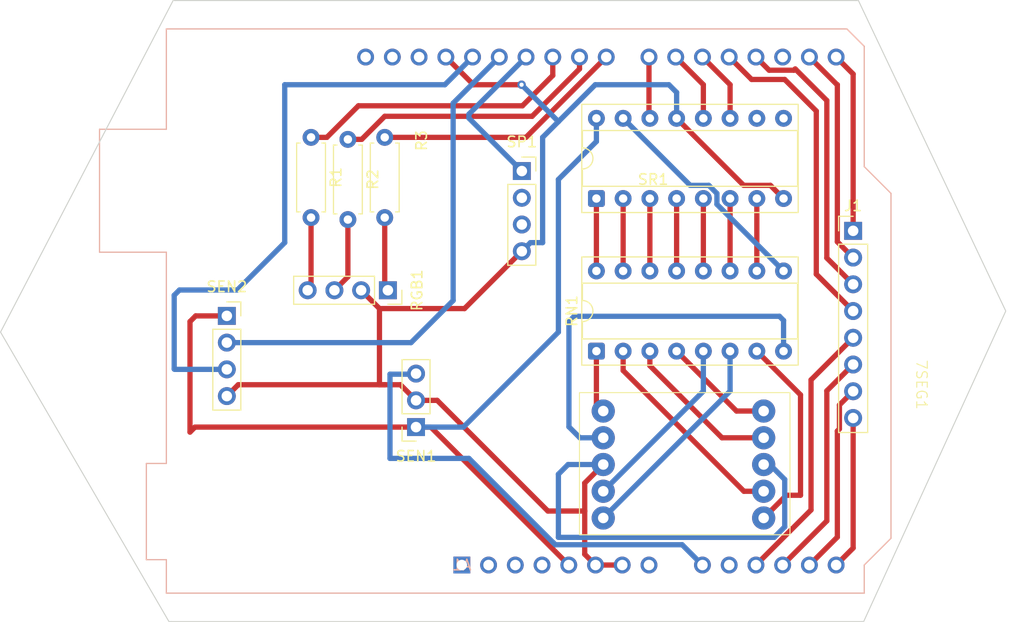
<source format=kicad_pcb>
(kicad_pcb (version 20241229) (generator "pcbnew") (generator_version "9.0")
  (layers (0 "F.Cu" signal) (2 "B.Cu" signal) (13 "F.Paste" user) (15 "B.Paste" user) (5 "F.SilkS" user "F.Silkscreen") (7 "B.SilkS" user "B.Silkscreen") (1 "F.Mask" user) (3 "B.Mask" user) (25 "Edge.Cuts" user))
  (net 0 "")
  (net 1 "GND")
  (net 2 "/A")
  (net 3 "/B")
  (net 4 "/DP")
  (net 5 "/E")
  (net 6 "/F")
  (net 7 "/C")
  (net 8 "/D")
  (net 9 "/G")
  (net 10 "/D0")
  (net 13 "/PWM11")
  (net 14 "/PWM9")
  (net 15 "/PWM10")
  (net 17 "/A5")
  (net 18 "/D7")
  (net 20 "/A4")
  (net 21 "/D5")
  (net 22 "/D1")
  (net 23 "/A3")
  (net 24 "/D6")
  (net 26 "/5v")
  (net 27 "/A1")
  (net 28 "/D4")
  (net 30 "/D2")
  (net 33 "/D12")
  (net 34 "/D3")
  (net 35 "/D13")
  (net 36 "/A0")
  (net 37 "/PWM8")
  (net 38 "/A2")
  (net 39 "Net-(RGB1-Pin_4)")
  (net 40 "Net-(RGB1-Pin_3)")
  (net 41 "Net-(RGB1-Pin_1)")
  (net 42 "/12")
  (net 43 "Net-(RN1-R2.2)")
  (net 44 "/10")
  (net 45 "Net-(RN1-R4.2)")
  (net 46 "Net-(RN1-R1.2)")
  (net 47 "Net-(RN1-R3.2)")
  (net 48 "/11")
  (net 49 "Net-(RN1-R8.2)")
  (footprint "Resistor_THT:R_Axial_DIN0207_L6.3mm_D2.5mm_P7.62mm_Horizontal" (layer "F.Cu") (at 142 56 -90)
    (property "Reference" "R3" (at 0.31 -3.5 90) (layer "F.SilkS"))
    (property "Value" "R")
    (fp_line (start 0.54 1.37) (end 7.08 1.37) (stroke (width 0.12)) (layer "F.SilkS"))
    (fp_line (start 7.08 1.37) (end 7.08 1.04) (stroke (width 0.12)) (layer "F.SilkS"))
    (fp_line (start 0.54 1.04) (end 0.54 1.37) (stroke (width 0.12)) (layer "F.SilkS"))
    (fp_line (start 0.54 -1.04) (end 0.54 -1.37) (stroke (width 0.12)) (layer "F.SilkS"))
    (fp_line (start 0.54 -1.37) (end 7.08 -1.37) (stroke (width 0.12)) (layer "F.SilkS"))
    (fp_line (start 7.08 -1.37) (end 7.08 -1.04) (stroke (width 0.12)) (layer "F.SilkS"))
    (pad "1" thru_hole circle (at 0 0 270) (size 1.6 1.6) (drill 0.8) (layers "*.Cu" "*.Mask") (net 37 "/PWM8"))
    (pad "2" thru_hole circle (at 7.62 0 270) (size 1.6 1.6) (drill 0.8) (layers "*.Cu" "*.Mask") (net 41 "Net-(RGB1-Pin_1)"))
  )
  (footprint "Resistor_THT:R_Axial_DIN0207_L6.3mm_D2.5mm_P7.62mm_Horizontal" (layer "F.Cu") (at 138.5 56.19 -90)
    (property "Reference" "R2" (at 3.81 -2.37 90) (layer "F.SilkS"))
    (property "Value" "R")
    (fp_line (start 0.54 1.37) (end 7.08 1.37) (stroke (width 0.12)) (layer "F.SilkS"))
    (fp_line (start 7.08 1.37) (end 7.08 1.04) (stroke (width 0.12)) (layer "F.SilkS"))
    (fp_line (start 0.54 1.04) (end 0.54 1.37) (stroke (width 0.12)) (layer "F.SilkS"))
    (fp_line (start 0.54 -1.04) (end 0.54 -1.37) (stroke (width 0.12)) (layer "F.SilkS"))
    (fp_line (start 0.54 -1.37) (end 7.08 -1.37) (stroke (width 0.12)) (layer "F.SilkS"))
    (fp_line (start 7.08 -1.37) (end 7.08 -1.04) (stroke (width 0.12)) (layer "F.SilkS"))
    (pad "1" thru_hole circle (at 0 0 270) (size 1.6 1.6) (drill 0.8) (layers "*.Cu" "*.Mask") (net 14 "/PWM9"))
    (pad "2" thru_hole circle (at 7.62 0 270) (size 1.6 1.6) (drill 0.8) (layers "*.Cu" "*.Mask") (net 40 "Net-(RGB1-Pin_3)"))
  )
  (footprint "Connector_PinSocket_2.54mm:PinSocket_1x03_P2.54mm_Vertical" (layer "F.Cu") (at 144.975 83.525 180)
    (property "Reference" "SEN1" (at 0 -2.77 0) (layer "F.SilkS"))
    (property "Value" "Conn_01x03_Socket")
    (fp_line (start 1.33 1.27) (end 1.33 6.41) (stroke (width 0.12)) (layer "F.SilkS"))
    (fp_line (start 1.33 -1.33) (end 1.33 0) (stroke (width 0.12)) (layer "F.SilkS"))
    (fp_line (start 0 -1.33) (end 1.33 -1.33) (stroke (width 0.12)) (layer "F.SilkS"))
    (fp_line (start -1.33 6.41) (end 1.33 6.41) (stroke (width 0.12)) (layer "F.SilkS"))
    (fp_line (start -1.33 1.27) (end 1.33 1.27) (stroke (width 0.12)) (layer "F.SilkS"))
    (fp_line (start -1.33 1.27) (end -1.33 6.41) (stroke (width 0.12)) (layer "F.SilkS"))
    (pad "1" thru_hole rect (at 0 0 180) (size 1.7 1.7) (drill 1) (layers "*.Cu" "*.Mask") (net 26 "/5v"))
    (pad "2" thru_hole circle (at 0 2.54 180) (size 1.7 1.7) (drill 1) (layers "*.Cu" "*.Mask") (net 1 "GND"))
    (pad "3" thru_hole circle (at 0 5.08 180) (size 1.7 1.7) (drill 1) (layers "*.Cu" "*.Mask") (net 36 "/A0"))
  )
  (footprint "Connector_PinSocket_2.54mm:PinSocket_1x04_P2.54mm_Vertical" (layer "F.Cu") (at 127 72.96)
    (property "Reference" "SEN2" (at 0 -2.77 0) (layer "F.SilkS"))
    (property "Value" "Conn_01x04_Socket")
    (fp_line (start -1.33 1.27) (end -1.33 8.95) (stroke (width 0.12)) (layer "F.SilkS"))
    (fp_line (start -1.33 1.27) (end 1.33 1.27) (stroke (width 0.12)) (layer "F.SilkS"))
    (fp_line (start -1.33 8.95) (end 1.33 8.95) (stroke (width 0.12)) (layer "F.SilkS"))
    (fp_line (start 0 -1.33) (end 1.33 -1.33) (stroke (width 0.12)) (layer "F.SilkS"))
    (fp_line (start 1.33 -1.33) (end 1.33 0) (stroke (width 0.12)) (layer "F.SilkS"))
    (fp_line (start 1.33 1.27) (end 1.33 8.95) (stroke (width 0.12)) (layer "F.SilkS"))
    (pad "1" thru_hole rect (at 0 0) (size 1.7 1.7) (drill 1) (layers "*.Cu" "*.Mask") (net 26 "/5v"))
    (pad "2" thru_hole circle (at 0 2.54) (size 1.7 1.7) (drill 1) (layers "*.Cu" "*.Mask") (net 33 "/D12"))
    (pad "3" thru_hole circle (at 0 5.08) (size 1.7 1.7) (drill 1) (layers "*.Cu" "*.Mask") (net 35 "/D13"))
    (pad "4" thru_hole circle (at 0 7.62) (size 1.7 1.7) (drill 1) (layers "*.Cu" "*.Mask") (net 1 "GND"))
  )
  (footprint "footprints:LS-5161AS" (layer "F.Cu") (at 178 82 -90)
    (property "Reference" "7SEG1" (at -2.5 -15 270) (layer "F.SilkS") (effects (font (thickness 0.1))))
    (property "Value" "D168K")
    (fp_rect (start -1.75 -2.5) (end 11.75 17.5) (stroke (width 0.1)) (fill no) (layer "F.SilkS"))
    (pad "1" thru_hole circle (at 0 0 270) (size 2.2 2.2) (drill 1) (layers "*.Cu" "*.Mask") (net 5 "/E"))
    (pad "2" thru_hole circle (at 2.54 0 270) (size 2.2 2.2) (drill 1) (layers "*.Cu" "*.Mask") (net 8 "/D"))
    (pad "3" thru_hole circle (at 5.08 0 270) (size 2.2 2.2) (drill 1) (layers "*.Cu" "*.Mask") (net 1 "GND"))
    (pad "4" thru_hole circle (at 7.62 0 270) (size 2.2 2.2) (drill 1) (layers "*.Cu" "*.Mask") (net 7 "/C"))
    (pad "5" thru_hole circle (at 10.16 0 270) (size 2.2 2.2) (drill 1) (layers "*.Cu" "*.Mask") (net 4 "/DP"))
    (pad "6" thru_hole circle (at 0 15.24 270) (size 2.2 2.2) (drill 1) (layers "*.Cu" "*.Mask") (net 3 "/B"))
    (pad "7" thru_hole circle (at 2.54 15.24 270) (size 2.2 2.2) (drill 1) (layers "*.Cu" "*.Mask") (net 2 "/A"))
    (pad "8" thru_hole circle (at 5.08 15.24 270) (size 2.2 2.2) (drill 1) (layers "*.Cu" "*.Mask") (net 1 "GND"))
    (pad "9" thru_hole circle (at 7.62 15.24 270) (size 2.2 2.2) (drill 1) (layers "*.Cu" "*.Mask") (net 6 "/F"))
    (pad "10" thru_hole circle (at 10.16 15.24 270) (size 2.2 2.2) (drill 1) (layers "*.Cu" "*.Mask") (net 9 "/G"))
  )
  (footprint "Connector_PinHeader_2.54mm:PinHeader_1x08_P2.54mm_Vertical" (layer "F.Cu") (at 186.5 64.88)
    (property "Reference" "J1" (at 0 -2.38 0) (layer "F.SilkS"))
    (property "Value" "Conn_01x08_Pin")
    (fp_line (start -1.38 -1.38) (end 0 -1.38) (stroke (width 0.12)) (layer "F.SilkS"))
    (fp_line (start -1.38 0) (end -1.38 -1.38) (stroke (width 0.12)) (layer "F.SilkS"))
    (fp_line (start -1.38 1.27) (end -1.38 19.16) (stroke (width 0.12)) (layer "F.SilkS"))
    (fp_line (start -1.38 1.27) (end 1.38 1.27) (stroke (width 0.12)) (layer "F.SilkS"))
    (fp_line (start -1.38 19.16) (end 1.38 19.16) (stroke (width 0.12)) (layer "F.SilkS"))
    (fp_line (start 1.38 1.27) (end 1.38 19.16) (stroke (width 0.12)) (layer "F.SilkS"))
    (pad "1" thru_hole rect (at 0 0) (size 1.7 1.7) (drill 1) (layers "*.Cu" "*.Mask") (net 10 "/D0"))
    (pad "2" thru_hole circle (at 0 2.54) (size 1.7 1.7) (drill 1) (layers "*.Cu" "*.Mask") (net 22 "/D1"))
    (pad "3" thru_hole circle (at 0 5.08) (size 1.7 1.7) (drill 1) (layers "*.Cu" "*.Mask") (net 34 "/D3"))
    (pad "4" thru_hole circle (at 0 7.62) (size 1.7 1.7) (drill 1) (layers "*.Cu" "*.Mask") (net 28 "/D4"))
    (pad "5" thru_hole circle (at 0 10.16) (size 1.7 1.7) (drill 1) (layers "*.Cu" "*.Mask") (net 38 "/A2"))
    (pad "6" thru_hole circle (at 0 12.7) (size 1.7 1.7) (drill 1) (layers "*.Cu" "*.Mask") (net 23 "/A3"))
    (pad "7" thru_hole circle (at 0 15.24) (size 1.7 1.7) (drill 1) (layers "*.Cu" "*.Mask") (net 20 "/A4"))
    (pad "8" thru_hole circle (at 0 17.78) (size 1.7 1.7) (drill 1) (layers "*.Cu" "*.Mask") (net 17 "/A5"))
  )
  (footprint "Package_DIP:DIP-16_W7.62mm_Socket" (layer "F.Cu") (at 162.11 61.81 90)
    (property "Reference" "SR1" (at 1.81 5.39 0) (layer "F.SilkS"))
    (property "Value" "74HC595")
    (fp_line (start 6.46 -1.33) (end 4.81 -1.33) (stroke (width 0.12)) (layer "F.SilkS"))
    (fp_line (start 2.81 -1.33) (end 1.16 -1.33) (stroke (width 0.12)) (layer "F.SilkS"))
    (fp_line (start 1.16 -1.33) (end 1.16 19.11) (stroke (width 0.12)) (layer "F.SilkS"))
    (fp_line (start 6.46 19.11) (end 6.46 -1.33) (stroke (width 0.12)) (layer "F.SilkS"))
    (fp_line (start 1.16 19.11) (end 6.46 19.11) (stroke (width 0.12)) (layer "F.SilkS"))
    (fp_rect (start -1.33 -1.39) (end 8.95 19.17) (stroke (width 0.12)) (fill no) (layer "F.SilkS"))
    (fp_arc (start 4.81 -1.33) (mid 3.81 -0.33) (end 2.81 -1.33) (stroke (width 0.12)) (layer "F.SilkS"))
    (pad "1" thru_hole roundrect (at 0 0 90) (size 1.6 1.6) (drill 0.8) (layers "*.Cu" "*.Mask") (roundrect_rratio 0.15625) (net 46 "Net-(RN1-R1.2)"))
    (pad "2" thru_hole circle (at 0 2.54 90) (size 1.6 1.6) (drill 0.8) (layers "*.Cu" "*.Mask") (net 43 "Net-(RN1-R2.2)"))
    (pad "3" thru_hole circle (at 0 5.08 90) (size 1.6 1.6) (drill 0.8) (layers "*.Cu" "*.Mask") (net 47 "Net-(RN1-R3.2)"))
    (pad "4" thru_hole circle (at 0 7.62 90) (size 1.6 1.6) (drill 0.8) (layers "*.Cu" "*.Mask") (net 45 "Net-(RN1-R4.2)"))
    (pad "5" thru_hole circle (at 0 10.16 90) (size 1.6 1.6) (drill 0.8) (layers "*.Cu" "*.Mask") (net 42 "/12"))
    (pad "6" thru_hole circle (at 0 12.7 90) (size 1.6 1.6) (drill 0.8) (layers "*.Cu" "*.Mask") (net 48 "/11"))
    (pad "7" thru_hole circle (at 0 15.24 90) (size 1.6 1.6) (drill 0.8) (layers "*.Cu" "*.Mask") (net 44 "/10"))
    (pad "8" thru_hole circle (at 0 17.78 90) (size 1.6 1.6) (drill 0.8) (layers "*.Cu" "*.Mask") (net 1 "GND"))
    (pad "9" thru_hole circle (at 7.62 17.78 90) (size 1.6 1.6) (drill 0.8) (layers "*.Cu" "*.Mask"))
    (pad "10" thru_hole circle (at 7.62 15.24 90) (size 1.6 1.6) (drill 0.8) (layers "*.Cu" "*.Mask"))
    (pad "11" thru_hole circle (at 7.62 12.7 90) (size 1.6 1.6) (drill 0.8) (layers "*.Cu" "*.Mask") (net 21 "/D5"))
    (pad "12" thru_hole circle (at 7.62 10.16 90) (size 1.6 1.6) (drill 0.8) (layers "*.Cu" "*.Mask") (net 24 "/D6"))
    (pad "13" thru_hole circle (at 7.62 7.62 90) (size 1.6 1.6) (drill 0.8) (layers "*.Cu" "*.Mask") (net 1 "GND"))
    (pad "14" thru_hole circle (at 7.62 5.08 90) (size 1.6 1.6) (drill 0.8) (layers "*.Cu" "*.Mask") (net 18 "/D7"))
    (pad "15" thru_hole circle (at 7.62 2.54 90) (size 1.6 1.6) (drill 0.8) (layers "*.Cu" "*.Mask") (net 49 "Net-(RN1-R8.2)"))
    (pad "16" thru_hole circle (at 7.62 0 90) (size 1.6 1.6) (drill 0.8) (layers "*.Cu" "*.Mask") (net 26 "/5v"))
  )
  (footprint "Package_DIP:DIP-16_W7.62mm_Socket" (layer "F.Cu") (at 162.11 76.31 90)
    (property "Reference" "RN1" (at 3.81 -2.33 90) (layer "F.SilkS"))
    (property "Value" "R_Pack08")
    (fp_line (start 6.46 -1.33) (end 4.81 -1.33) (stroke (width 0.12)) (layer "F.SilkS"))
    (fp_line (start 2.81 -1.33) (end 1.16 -1.33) (stroke (width 0.12)) (layer "F.SilkS"))
    (fp_line (start 1.16 -1.33) (end 1.16 19.11) (stroke (width 0.12)) (layer "F.SilkS"))
    (fp_line (start 6.46 19.11) (end 6.46 -1.33) (stroke (width 0.12)) (layer "F.SilkS"))
    (fp_line (start 1.16 19.11) (end 6.46 19.11) (stroke (width 0.12)) (layer "F.SilkS"))
    (fp_rect (start -1.33 -1.39) (end 8.95 19.17) (stroke (width 0.12)) (fill no) (layer "F.SilkS"))
    (fp_arc (start 4.81 -1.33) (mid 3.81 -0.33) (end 2.81 -1.33) (stroke (width 0.12)) (layer "F.SilkS"))
    (pad "1" thru_hole roundrect (at 0 0 90) (size 1.6 1.6) (drill 0.8) (layers "*.Cu" "*.Mask") (roundrect_rratio 0.15625) (net 3 "/B"))
    (pad "2" thru_hole circle (at 0 2.54 90) (size 1.6 1.6) (drill 0.8) (layers "*.Cu" "*.Mask") (net 7 "/C"))
    (pad "3" thru_hole circle (at 0 5.08 90) (size 1.6 1.6) (drill 0.8) (layers "*.Cu" "*.Mask") (net 8 "/D"))
    (pad "4" thru_hole circle (at 0 7.62 90) (size 1.6 1.6) (drill 0.8) (layers "*.Cu" "*.Mask") (net 5 "/E"))
    (pad "5" thru_hole circle (at 0 10.16 90) (size 1.6 1.6) (drill 0.8) (layers "*.Cu" "*.Mask") (net 6 "/F"))
    (pad "6" thru_hole circle (at 0 12.7 90) (size 1.6 1.6) (drill 0.8) (layers "*.Cu" "*.Mask") (net 9 "/G"))
    (pad "7" thru_hole circle (at 0 15.24 90) (size 1.6 1.6) (drill 0.8) (layers "*.Cu" "*.Mask") (net 4 "/DP"))
    (pad "8" thru_hole circle (at 0 17.78 90) (size 1.6 1.6) (drill 0.8) (layers "*.Cu" "*.Mask") (net 2 "/A"))
    (pad "9" thru_hole circle (at 7.62 17.78 90) (size 1.6 1.6) (drill 0.8) (layers "*.Cu" "*.Mask") (net 49 "Net-(RN1-R8.2)"))
    (pad "10" thru_hole circle (at 7.62 15.24 90) (size 1.6 1.6) (drill 0.8) (layers "*.Cu" "*.Mask") (net 44 "/10"))
    (pad "11" thru_hole circle (at 7.62 12.7 90) (size 1.6 1.6) (drill 0.8) (layers "*.Cu" "*.Mask") (net 48 "/11"))
    (pad "12" thru_hole circle (at 7.62 10.16 90) (size 1.6 1.6) (drill 0.8) (layers "*.Cu" "*.Mask") (net 42 "/12"))
    (pad "13" thru_hole circle (at 7.62 7.62 90) (size 1.6 1.6) (drill 0.8) (layers "*.Cu" "*.Mask") (net 45 "Net-(RN1-R4.2)"))
    (pad "14" thru_hole circle (at 7.62 5.08 90) (size 1.6 1.6) (drill 0.8) (layers "*.Cu" "*.Mask") (net 47 "Net-(RN1-R3.2)"))
    (pad "15" thru_hole circle (at 7.62 2.54 90) (size 1.6 1.6) (drill 0.8) (layers "*.Cu" "*.Mask") (net 43 "Net-(RN1-R2.2)"))
    (pad "16" thru_hole circle (at 7.62 0 90) (size 1.6 1.6) (drill 0.8) (layers "*.Cu" "*.Mask") (net 46 "Net-(RN1-R1.2)"))
  )
  (footprint "Resistor_THT:R_Axial_DIN0207_L6.3mm_D2.5mm_P7.62mm_Horizontal" (layer "F.Cu") (at 135 56 -90)
    (property "Reference" "R1" (at 3.81 -2.37 90) (layer "F.SilkS"))
    (property "Value" "R")
    (fp_line (start 0.54 1.37) (end 7.08 1.37) (stroke (width 0.12)) (layer "F.SilkS"))
    (fp_line (start 7.08 1.37) (end 7.08 1.04) (stroke (width 0.12)) (layer "F.SilkS"))
    (fp_line (start 0.54 1.04) (end 0.54 1.37) (stroke (width 0.12)) (layer "F.SilkS"))
    (fp_line (start 0.54 -1.04) (end 0.54 -1.37) (stroke (width 0.12)) (layer "F.SilkS"))
    (fp_line (start 0.54 -1.37) (end 7.08 -1.37) (stroke (width 0.12)) (layer "F.SilkS"))
    (fp_line (start 7.08 -1.37) (end 7.08 -1.04) (stroke (width 0.12)) (layer "F.SilkS"))
    (pad "1" thru_hole circle (at 0 0 270) (size 1.6 1.6) (drill 0.8) (layers "*.Cu" "*.Mask") (net 15 "/PWM10"))
    (pad "2" thru_hole circle (at 7.62 0 270) (size 1.6 1.6) (drill 0.8) (layers "*.Cu" "*.Mask") (net 39 "Net-(RGB1-Pin_4)"))
  )
  (footprint "Connector_PinSocket_2.54mm:PinSocket_1x04_P2.54mm_Vertical" (layer "F.Cu") (at 155.025 59.2)
    (property "Reference" "SP1" (at 0 -2.77 0) (layer "F.SilkS"))
    (property "Value" "Conn_01x04_Socket")
    (fp_line (start -1.33 1.27) (end -1.33 8.95) (stroke (width 0.12)) (layer "F.SilkS"))
    (fp_line (start -1.33 1.27) (end 1.33 1.27) (stroke (width 0.12)) (layer "F.SilkS"))
    (fp_line (start -1.33 8.95) (end 1.33 8.95) (stroke (width 0.12)) (layer "F.SilkS"))
    (fp_line (start 0 -1.33) (end 1.33 -1.33) (stroke (width 0.12)) (layer "F.SilkS"))
    (fp_line (start 1.33 -1.33) (end 1.33 0) (stroke (width 0.12)) (layer "F.SilkS"))
    (fp_line (start 1.33 1.27) (end 1.33 8.95) (stroke (width 0.12)) (layer "F.SilkS"))
    (pad "1" thru_hole rect (at 0 0) (size 1.7 1.7) (drill 1) (layers "*.Cu" "*.Mask") (net 13 "/PWM11"))
    (pad "2" thru_hole circle (at 0 2.54) (size 1.7 1.7) (drill 1) (layers "*.Cu" "*.Mask"))
    (pad "3" thru_hole circle (at 0 5.08) (size 1.7 1.7) (drill 1) (layers "*.Cu" "*.Mask"))
    (pad "4" thru_hole circle (at 0 7.62) (size 1.7 1.7) (drill 1) (layers "*.Cu" "*.Mask") (net 1 "GND"))
  )
  (footprint "Connector_PinSocket_2.54mm:PinSocket_1x04_P2.54mm_Vertical" (layer "F.Cu") (at 142.3 70.525 -90)
    (property "Reference" "RGB1" (at 0 -2.77 90) (layer "F.SilkS"))
    (property "Value" "Conn_01x04_Socket")
    (fp_line (start -1.33 8.95) (end 1.33 8.95) (stroke (width 0.12)) (layer "F.SilkS"))
    (fp_line (start -1.33 1.27) (end -1.33 8.95) (stroke (width 0.12)) (layer "F.SilkS"))
    (fp_line (start -1.33 1.27) (end 1.33 1.27) (stroke (width 0.12)) (layer "F.SilkS"))
    (fp_line (start 1.33 1.27) (end 1.33 8.95) (stroke (width 0.12)) (layer "F.SilkS"))
    (fp_line (start 0 -1.33) (end 1.33 -1.33) (stroke (width 0.12)) (layer "F.SilkS"))
    (fp_line (start 1.33 -1.33) (end 1.33 0) (stroke (width 0.12)) (layer "F.SilkS"))
    (pad "1" thru_hole rect (at 0 0 270) (size 1.7 1.7) (drill 1) (layers "*.Cu" "*.Mask") (net 41 "Net-(RGB1-Pin_1)"))
    (pad "2" thru_hole circle (at 0 2.54 270) (size 1.7 1.7) (drill 1) (layers "*.Cu" "*.Mask") (net 1 "GND"))
    (pad "3" thru_hole circle (at 0 5.08 270) (size 1.7 1.7) (drill 1) (layers "*.Cu" "*.Mask") (net 40 "Net-(RGB1-Pin_3)"))
    (pad "4" thru_hole circle (at 0 7.62 270) (size 1.7 1.7) (drill 1) (layers "*.Cu" "*.Mask") (net 39 "Net-(RGB1-Pin_4)"))
  )
  (footprint "Module:Arduino_UNO_R3" (layer "B.Cu") (at 149.325 96.63)
    (property "Reference" "A1" (at 0 0 0) (layer "B.SilkS") (effects (justify mirror)))
    (property "Value" "Arduino_UNO_R3")
    (fp_line (start -34.42 -41.4) (end -28.07 -41.4) (stroke (width 0.12)) (layer "B.SilkS"))
    (fp_line (start -34.42 -29.72) (end -34.42 -41.4) (stroke (width 0.12)) (layer "B.SilkS"))
    (fp_line (start -29.97 -9.65) (end -28.07 -9.65) (stroke (width 0.12)) (layer "B.SilkS"))
    (fp_line (start -29.97 -0.51) (end -29.97 -9.65) (stroke (width 0.12)) (layer "B.SilkS"))
    (fp_line (start -28.07 -50.93) (end 36.58 -50.93) (stroke (width 0.12)) (layer "B.SilkS"))
    (fp_line (start -28.07 -41.4) (end -28.07 -50.93) (stroke (width 0.12)) (layer "B.SilkS"))
    (fp_line (start -28.07 -29.72) (end -34.42 -29.72) (stroke (width 0.12)) (layer "B.SilkS"))
    (fp_line (start -28.07 -9.65) (end -28.07 -29.72) (stroke (width 0.12)) (layer "B.SilkS"))
    (fp_line (start -28.07 -0.51) (end -29.97 -0.51) (stroke (width 0.12)) (layer "B.SilkS"))
    (fp_line (start -28.07 2.67) (end -28.07 -0.51) (stroke (width 0.12)) (layer "B.SilkS"))
    (fp_line (start 36.58 -50.93) (end 38.23 -49.28) (stroke (width 0.12)) (layer "B.SilkS"))
    (fp_line (start 38.23 -49.28) (end 38.23 -37.85) (stroke (width 0.12)) (layer "B.SilkS"))
    (fp_line (start 38.23 -37.85) (end 40.77 -35.31) (stroke (width 0.12)) (layer "B.SilkS"))
    (fp_line (start 38.23 0) (end 38.23 2.67) (stroke (width 0.12)) (layer "B.SilkS"))
    (fp_line (start 38.23 2.67) (end -28.07 2.67) (stroke (width 0.12)) (layer "B.SilkS"))
    (fp_line (start 40.77 -35.31) (end 40.77 -2.54) (stroke (width 0.12)) (layer "B.SilkS"))
    (fp_line (start 40.77 -2.54) (end 38.23 0) (stroke (width 0.12)) (layer "B.SilkS"))
    (pad "1" thru_hole rect (at 0 0 270) (size 1.6 1.6) (drill 1) (layers "*.Cu" "*.Mask"))
    (pad "2" thru_hole oval (at 2.54 0 270) (size 1.6 1.6) (drill 1) (layers "*.Cu" "*.Mask"))
    (pad "3" thru_hole oval (at 5.08 0 270) (size 1.6 1.6) (drill 1) (layers "*.Cu" "*.Mask"))
    (pad "4" thru_hole oval (at 7.62 0 270) (size 1.6 1.6) (drill 1) (layers "*.Cu" "*.Mask"))
    (pad "5" thru_hole oval (at 10.16 0 270) (size 1.6 1.6) (drill 1) (layers "*.Cu" "*.Mask") (net 26 "/5v"))
    (pad "6" thru_hole oval (at 12.7 0 270) (size 1.6 1.6) (drill 1) (layers "*.Cu" "*.Mask") (net 1 "GND"))
    (pad "7" thru_hole oval (at 15.24 0 270) (size 1.6 1.6) (drill 1) (layers "*.Cu" "*.Mask") (net 1 "GND"))
    (pad "8" thru_hole oval (at 17.78 0 270) (size 1.6 1.6) (drill 1) (layers "*.Cu" "*.Mask"))
    (pad "9" thru_hole oval (at 22.86 0 270) (size 1.6 1.6) (drill 1) (layers "*.Cu" "*.Mask") (net 36 "/A0"))
    (pad "10" thru_hole oval (at 25.4 0 270) (size 1.6 1.6) (drill 1) (layers "*.Cu" "*.Mask") (net 27 "/A1"))
    (pad "11" thru_hole oval (at 27.94 0 270) (size 1.6 1.6) (drill 1) (layers "*.Cu" "*.Mask") (net 38 "/A2"))
    (pad "12" thru_hole oval (at 30.48 0 270) (size 1.6 1.6) (drill 1) (layers "*.Cu" "*.Mask") (net 23 "/A3"))
    (pad "13" thru_hole oval (at 33.02 0 270) (size 1.6 1.6) (drill 1) (layers "*.Cu" "*.Mask") (net 20 "/A4"))
    (pad "14" thru_hole oval (at 35.56 0 270) (size 1.6 1.6) (drill 1) (layers "*.Cu" "*.Mask") (net 17 "/A5"))
    (pad "15" thru_hole oval (at 35.56 -48.26 270) (size 1.6 1.6) (drill 1) (layers "*.Cu" "*.Mask") (net 10 "/D0"))
    (pad "16" thru_hole oval (at 33.02 -48.26 270) (size 1.6 1.6) (drill 1) (layers "*.Cu" "*.Mask") (net 22 "/D1"))
    (pad "17" thru_hole oval (at 30.48 -48.26 270) (size 1.6 1.6) (drill 1) (layers "*.Cu" "*.Mask") (net 30 "/D2"))
    (pad "18" thru_hole oval (at 27.94 -48.26 270) (size 1.6 1.6) (drill 1) (layers "*.Cu" "*.Mask") (net 34 "/D3"))
    (pad "19" thru_hole oval (at 25.4 -48.26 270) (size 1.6 1.6) (drill 1) (layers "*.Cu" "*.Mask") (net 28 "/D4"))
    (pad "20" thru_hole oval (at 22.86 -48.26 270) (size 1.6 1.6) (drill 1) (layers "*.Cu" "*.Mask") (net 21 "/D5"))
    (pad "21" thru_hole oval (at 20.32 -48.26 270) (size 1.6 1.6) (drill 1) (layers "*.Cu" "*.Mask") (net 24 "/D6"))
    (pad "22" thru_hole oval (at 17.78 -48.26 270) (size 1.6 1.6) (drill 1) (layers "*.Cu" "*.Mask") (net 18 "/D7"))
    (pad "23" thru_hole oval (at 13.72 -48.26 270) (size 1.6 1.6) (drill 1) (layers "*.Cu" "*.Mask") (net 37 "/PWM8"))
    (pad "24" thru_hole oval (at 11.18 -48.26 270) (size 1.6 1.6) (drill 1) (layers "*.Cu" "*.Mask") (net 14 "/PWM9"))
    (pad "25" thru_hole oval (at 8.64 -48.26 270) (size 1.6 1.6) (drill 1) (layers "*.Cu" "*.Mask") (net 15 "/PWM10"))
    (pad "26" thru_hole oval (at 6.1 -48.26 270) (size 1.6 1.6) (drill 1) (layers "*.Cu" "*.Mask") (net 13 "/PWM11"))
    (pad "27" thru_hole oval (at 3.56 -48.26 270) (size 1.6 1.6) (drill 1) (layers "*.Cu" "*.Mask") (net 33 "/D12"))
    (pad "28" thru_hole oval (at 1.02 -48.26 270) (size 1.6 1.6) (drill 1) (layers "*.Cu" "*.Mask") (net 35 "/D13"))
    (pad "29" thru_hole oval (at -1.52 -48.26 270) (size 1.6 1.6) (drill 1) (layers "*.Cu" "*.Mask") (net 1 "GND"))
    (pad "30" thru_hole oval (at -4.06 -48.26 270) (size 1.6 1.6) (drill 1) (layers "*.Cu" "*.Mask"))
    (pad "31" thru_hole oval (at -6.6 -48.26 270) (size 1.6 1.6) (drill 1) (layers "*.Cu" "*.Mask"))
    (pad "32" thru_hole oval (at -9.14 -48.26 270) (size 1.6 1.6) (drill 1) (layers "*.Cu" "*.Mask"))
  )
  (gr_poly (pts (xy 121.897261 43) (xy 187 43) (xy 201 72.5) (xy 187.5 102) (xy 121.5 102) (xy 105.5 74.5)) (stroke (width 0.1)) (fill no) (layer "Edge.Cuts"))
  (segment (start 141.5 72.265) (end 141.5 79.5) (width 0.5) (layer "F.Cu") (net 1))
  (segment (start 143.49 79.5) (end 144.975 80.985) (width 0.5) (layer "F.Cu") (net 1))
  (segment (start 146.985 80.985) (end 157.5 91.5) (width 0.5) (layer "F.Cu") (net 1))
  (segment (start 141.5 79.5) (end 142 79.5) (width 0.5) (layer "F.Cu") (net 1))
  (segment (start 128.08 79.5) (end 127 80.58) (width 0.5) (layer "F.Cu") (net 1))
  (segment (start 169.73 54.19) (end 176.099 60.559) (width 0.5) (layer "F.Cu") (net 1))
  (segment (start 178.639 60.559) (end 179.89 61.81) (width 0.5) (layer "F.Cu") (net 1))
  (segment (start 150.435 51) (end 155 51) (width 0.5) (layer "F.Cu") (net 1))
  (segment (start 161 88.84) (end 162.76 87.08) (width 0.5) (layer "F.Cu") (net 1))
  (segment (start 139.76 70.525) (end 141.5 72.265) (width 0.5) (layer "F.Cu") (net 1))
  (segment (start 164.565 96.63) (end 162.025 96.63) (width 0.5) (layer "F.Cu") (net 1))
  (segment (start 176.099 60.559) (end 178.639 60.559) (width 0.5) (layer "F.Cu") (net 1))
  (segment (start 144.975 80.985) (end 146.985 80.985) (width 0.5) (layer "F.Cu") (net 1))
  (segment (start 161 91.5) (end 161 88.84) (width 0.5) (layer "F.Cu") (net 1))
  (segment (start 147.805 48.37) (end 150.435 51) (width 0.5) (layer "F.Cu") (net 1))
  (segment (start 149.58 72.265) (end 155.025 66.82) (width 0.5) (layer "F.Cu") (net 1))
  (segment (start 162.025 96.63) (end 161 95.605) (width 0.5) (layer "F.Cu") (net 1))
  (segment (start 142 79.5) (end 128.08 79.5) (width 0.5) (layer "F.Cu") (net 1))
  (segment (start 157.5 91.5) (end 161 91.5) (width 0.5) (layer "F.Cu") (net 1))
  (segment (start 142 79.5) (end 143.49 79.5) (width 0.5) (layer "F.Cu") (net 1))
  (segment (start 141.5 72.265) (end 149.58 72.265) (width 0.5) (layer "F.Cu") (net 1))
  (segment (start 161 95.605) (end 161 91.5) (width 0.5) (layer "F.Cu") (net 1))
  (via (at 155 51) (size 0.8) (drill 0.4) (layers "F.Cu" "B.Cu") (net 1))
  (segment (start 157 66) (end 155.845 66) (width 0.5) (layer "B.Cu") (net 1))
  (segment (start 158.5 94) (end 158.5 88) (width 0.5) (layer "B.Cu") (net 1))
  (segment (start 157 56) (end 157 66) (width 0.5) (layer "B.Cu") (net 1))
  (segment (start 169.73 51.73) (end 169 51) (width 0.5) (layer "B.Cu") (net 1))
  (segment (start 178 87.08) (end 178.58 87.08) (width 0.5) (layer "B.Cu") (net 1))
  (segment (start 155.845 66) (end 155.025 66.82) (width 0.5) (layer "B.Cu") (net 1))
  (segment (start 162 51) (end 158.5 54.5) (width 0.5) (layer "B.Cu") (net 1))
  (segment (start 158.5 54.5) (end 157 56) (width 0.5) (layer "B.Cu") (net 1))
  (segment (start 180 88.5) (end 180 93) (width 0.5) (layer "B.Cu") (net 1))
  (segment (start 169.73 54.19) (end 169.73 51.73) (width 0.5) (layer "B.Cu") (net 1))
  (segment (start 178.58 87.08) (end 180 88.5) (width 0.5) (layer "B.Cu") (net 1))
  (segment (start 179 94) (end 158.5 94) (width 0.5) (layer "B.Cu") (net 1))
  (segment (start 155 51) (end 158.5 54.5) (width 0.5) (layer "B.Cu") (net 1))
  (segment (start 158.5 88) (end 159.42 87.08) (width 0.5) (layer "B.Cu") (net 1))
  (segment (start 180 93) (end 179 94) (width 0.5) (layer "B.Cu") (net 1))
  (segment (start 159.42 87.08) (end 162.76 87.08) (width 0.5) (layer "B.Cu") (net 1))
  (segment (start 169 51) (end 162 51) (width 0.5) (layer "B.Cu") (net 1))
  (segment (start 160.54 84.54) (end 162.76 84.54) (width 0.5) (layer "B.Cu") (net 2))
  (segment (start 179.5 73) (end 160 73) (width 0.5) (layer "B.Cu") (net 2))
  (segment (start 159.5 73.5) (end 159.5 83.5) (width 0.5) (layer "B.Cu") (net 2))
  (segment (start 160 73) (end 159.5 73.5) (width 0.5) (layer "B.Cu") (net 2))
  (segment (start 179.89 76.31) (end 179.89 73.39) (width 0.5) (layer "B.Cu") (net 2))
  (segment (start 159.5 83.5) (end 160.54 84.54) (width 0.5) (layer "B.Cu") (net 2))
  (segment (start 179.89 73.39) (end 179.5 73) (width 0.5) (layer "B.Cu") (net 2))
  (segment (start 162.11 81.35) (end 162.76 82) (width 0.5) (layer "F.Cu") (net 3))
  (segment (start 162.11 76.31) (end 162.11 81.35) (width 0.5) (layer "F.Cu") (net 3))
  (segment (start 177.35 76.31) (end 181.5 80.46) (width 0.5) (layer "F.Cu") (net 4))
  (segment (start 181.5 90) (end 180.16 90) (width 0.5) (layer "F.Cu") (net 4))
  (segment (start 180.16 90) (end 178 92.16) (width 0.5) (layer "F.Cu") (net 4))
  (segment (start 181.5 80.46) (end 181.5 90) (width 0.5) (layer "F.Cu") (net 4))
  (segment (start 169.73 76.31) (end 175.42 82) (width 0.5) (layer "F.Cu") (net 5))
  (segment (start 175.42 82) (end 178 82) (width 0.5) (layer "F.Cu") (net 5))
  (segment (start 172.27 76.31) (end 172.27 80.11) (width 0.5) (layer "B.Cu") (net 6))
  (segment (start 172.27 80.11) (end 162.76 89.62) (width 0.5) (layer "B.Cu") (net 6))
  (segment (start 164.65 76.31) (end 164.65 78.15) (width 0.5) (layer "F.Cu") (net 7))
  (segment (start 176.12 89.62) (end 178 89.62) (width 0.5) (layer "F.Cu") (net 7))
  (segment (start 164.65 78.15) (end 176.12 89.62) (width 0.5) (layer "F.Cu") (net 7))
  (segment (start 167.19 77.69) (end 174.04 84.54) (width 0.5) (layer "F.Cu") (net 8))
  (segment (start 167.19 76.31) (end 167.19 77.69) (width 0.5) (layer "F.Cu") (net 8))
  (segment (start 174.04 84.54) (end 178 84.54) (width 0.5) (layer "F.Cu") (net 8))
  (segment (start 174.81 76.31) (end 174.81 80.11) (width 0.5) (layer "B.Cu") (net 9))
  (segment (start 174.81 80.11) (end 162.76 92.16) (width 0.5) (layer "B.Cu") (net 9))
  (segment (start 186.5 64.88) (end 186.5 49.985) (width 0.5) (layer "F.Cu") (net 10))
  (segment (start 186.5 49.985) (end 184.885 48.37) (width 0.5) (layer "F.Cu") (net 10))
  (segment (start 150 53.795) (end 150 54.175) (width 0.5) (layer "B.Cu") (net 13))
  (segment (start 155.425 48.37) (end 150 53.795) (width 0.5) (layer "B.Cu") (net 13))
  (segment (start 150 54.175) (end 155.025 59.2) (width 0.5) (layer "B.Cu") (net 13))
  (segment (start 142 54) (end 139.81 56.19) (width 0.5) (layer "F.Cu") (net 14))
  (segment (start 160.505 49.495) (end 156 54) (width 0.5) (layer "F.Cu") (net 14))
  (segment (start 156 54) (end 142 54) (width 0.5) (layer "F.Cu") (net 14))
  (segment (start 160.505 48.37) (end 160.505 49.495) (width 0.5) (layer "F.Cu") (net 14))
  (segment (start 139.81 56.19) (end 138.5 56.19) (width 0.5) (layer "F.Cu") (net 14))
  (segment (start 157.965 50.11875) (end 155.08375 53) (width 0.5) (layer "F.Cu") (net 15))
  (segment (start 157.965 48.37) (end 157.965 50.11875) (width 0.5) (layer "F.Cu") (net 15))
  (segment (start 155.08375 53) (end 139.5 53) (width 0.5) (layer "F.Cu") (net 15))
  (segment (start 139.5 53) (end 136.5 56) (width 0.5) (layer "F.Cu") (net 15))
  (segment (start 136.5 56) (end 135 56) (width 0.5) (layer "F.Cu") (net 15))
  (segment (start 186.5 82.66) (end 186.5 95.015) (width 0.5) (layer "F.Cu") (net 17))
  (segment (start 186.5 95.015) (end 184.885 96.63) (width 0.5) (layer "F.Cu") (net 17))
  (segment (start 167.105 54.105) (end 167.19 54.19) (width 0.5) (layer "F.Cu") (net 18))
  (segment (start 167.105 48.37) (end 167.105 54.105) (width 0.5) (layer "F.Cu") (net 18))
  (segment (start 185 83.898) (end 185 93.975) (width 0.5) (layer "F.Cu") (net 20))
  (segment (start 185.199 83.699) (end 185 83.898) (width 0.5) (layer "F.Cu") (net 20))
  (segment (start 186.5 80.12) (end 185.199 81.421) (width 0.5) (layer "F.Cu") (net 20))
  (segment (start 185.199 81.421) (end 185.199 83.699) (width 0.5) (layer "F.Cu") (net 20))
  (segment (start 185 93.975) (end 182.345 96.63) (width 0.5) (layer "F.Cu") (net 20))
  (segment (start 174.81 50.995) (end 172.185 48.37) (width 0.5) (layer "F.Cu") (net 21))
  (segment (start 174.81 54.19) (end 174.81 50.995) (width 0.5) (layer "F.Cu") (net 21))
  (segment (start 185 51) (end 184.975 51) (width 0.5) (layer "F.Cu") (net 22))
  (segment (start 186.5 67.42) (end 185 65.92) (width 0.5) (layer "F.Cu") (net 22))
  (segment (start 185 65.92) (end 185 51) (width 0.5) (layer "F.Cu") (net 22))
  (segment (start 184.975 51) (end 182.345 48.37) (width 0.5) (layer "F.Cu") (net 22))
  (segment (start 184 80.08) (end 184 92.435) (width 0.5) (layer "F.Cu") (net 23))
  (segment (start 184 92.435) (end 179.805 96.63) (width 0.5) (layer "F.Cu") (net 23))
  (segment (start 186.5 77.58) (end 184 80.08) (width 0.5) (layer "F.Cu") (net 23))
  (segment (start 172.27 54.19) (end 172.27 50.995) (width 0.5) (layer "F.Cu") (net 24))
  (segment (start 172.27 50.995) (end 169.645 48.37) (width 0.5) (layer "F.Cu") (net 24))
  (segment (start 127 72.96) (end 124.04 72.96) (width 0.5) (layer "F.Cu") (net 26))
  (segment (start 146.38 83.525) (end 144.975 83.525) (width 0.5) (layer "F.Cu") (net 26))
  (segment (start 123.5 84) (end 123.975 83.525) (width 0.5) (layer "F.Cu") (net 26))
  (segment (start 123.5 73.5) (end 123.5 84) (width 0.5) (layer "F.Cu") (net 26))
  (segment (start 124.04 72.96) (end 123.5 73.5) (width 0.5) (layer "F.Cu") (net 26))
  (segment (start 123.975 83.525) (end 144.975 83.525) (width 0.5) (layer "F.Cu") (net 26))
  (segment (start 159.485 96.63) (end 146.38 83.525) (width 0.5) (layer "F.Cu") (net 26))
  (segment (start 158.5 74.5) (end 149.475 83.525) (width 0.5) (layer "B.Cu") (net 26))
  (segment (start 162.11 54.19) (end 162.11 56.39) (width 0.5) (layer "B.Cu") (net 26))
  (segment (start 158.5 60) (end 158.5 74.5) (width 0.5) (layer "B.Cu") (net 26))
  (segment (start 162.11 56.39) (end 158.5 60) (width 0.5) (layer "B.Cu") (net 26))
  (segment (start 149.475 83.525) (end 144.975 83.525) (width 0.5) (layer "B.Cu") (net 26))
  (segment (start 183 69) (end 183 53.5) (width 0.5) (layer "F.Cu") (net 28))
  (segment (start 186.5 72.5) (end 183 69) (width 0.5) (layer "F.Cu") (net 28))
  (segment (start 180 50.5) (end 176.855 50.5) (width 0.5) (layer "F.Cu") (net 28))
  (segment (start 176.855 50.5) (end 174.725 48.37) (width 0.5) (layer "F.Cu") (net 28))
  (segment (start 183 53.5) (end 180 50.5) (width 0.5) (layer "F.Cu") (net 28))
  (segment (start 148.5 52.755) (end 148.5 71.5) (width 0.5) (layer "B.Cu") (net 33))
  (segment (start 152.885 48.37) (end 148.5 52.755) (width 0.5) (layer "B.Cu") (net 33))
  (segment (start 148.5 71.5) (end 144.5 75.5) (width 0.5) (layer "B.Cu") (net 33))
  (segment (start 144.5 75.5) (end 127 75.5) (width 0.5) (layer "B.Cu") (net 33))
  (segment (start 178.516 49.621) (end 177.265 48.37) (width 0.5) (layer "F.Cu") (net 34))
  (segment (start 180.879 49.621) (end 178.516 49.621) (width 0.5) (layer "F.Cu") (net 34))
  (segment (start 184 52.5) (end 181 49.5) (width 0.5) (layer "F.Cu") (net 34))
  (segment (start 186.5 69.96) (end 184 67.46) (width 0.5) (layer "F.Cu") (net 34))
  (segment (start 184 67.46) (end 184 52.5) (width 0.5) (layer "F.Cu") (net 34))
  (segment (start 181 49.5) (end 180.879 49.621) (width 0.5) (layer "F.Cu") (net 34))
  (segment (start 132.5 66) (end 128 70.5) (width 0.5) (layer "B.Cu") (net 35))
  (segment (start 122 78) (end 122.04 78.04) (width 0.5) (layer "B.Cu") (net 35))
  (segment (start 128 70.5) (end 122.5 70.5) (width 0.5) (layer "B.Cu") (net 35))
  (segment (start 122.04 78.04) (end 127 78.04) (width 0.5) (layer "B.Cu") (net 35))
  (segment (start 122.5 70.5) (end 122 71) (width 0.5) (layer "B.Cu") (net 35))
  (segment (start 122 71) (end 122 78) (width 0.5) (layer "B.Cu") (net 35))
  (segment (start 150.345 48.37) (end 147.715 51) (width 0.5) (layer "B.Cu") (net 35))
  (segment (start 147.715 51) (end 132.5 51) (width 0.5) (layer "B.Cu") (net 35))
  (segment (start 132.5 51) (end 132.5 66) (width 0.5) (layer "B.Cu") (net 35))
  (segment (start 158.209636 94.701) (end 158.008636 94.5) (width 0.5) (layer "B.Cu") (net 36))
  (segment (start 158 94.5) (end 150 86.5) (width 0.5) (layer "B.Cu") (net 36))
  (segment (start 170.256 94.701) (end 158.209636 94.701) (width 0.5) (layer "B.Cu") (net 36))
  (segment (start 158.008636 94.5) (end 158 94.5) (width 0.5) (layer "B.Cu") (net 36))
  (segment (start 142.5 86.5) (end 142.5 78.5) (width 0.5) (layer "B.Cu") (net 36))
  (segment (start 150 86.5) (end 142.5 86.5) (width 0.5) (layer "B.Cu") (net 36))
  (segment (start 172.185 96.63) (end 170.256 94.701) (width 0.5) (layer "B.Cu") (net 36))
  (segment (start 142.5 78.5) (end 144.92 78.5) (width 0.5) (layer "B.Cu") (net 36))
  (segment (start 144.92 78.5) (end 144.975 78.445) (width 0.5) (layer "B.Cu") (net 36))
  (segment (start 163.045 48.37) (end 155.415 56) (width 0.5) (layer "F.Cu") (net 37))
  (segment (start 155.415 56) (end 142 56) (width 0.5) (layer "F.Cu") (net 37))
  (segment (start 186.5 75.04) (end 182.5 79.04) (width 0.5) (layer "F.Cu") (net 38))
  (segment (start 182.5 91.395) (end 177.265 96.63) (width 0.5) (layer "F.Cu") (net 38))
  (segment (start 182.5 79.04) (end 182.5 91.395) (width 0.5) (layer "F.Cu") (net 38))
  (segment (start 135 63.62) (end 135 70.205) (width 0.5) (layer "F.Cu") (net 39))
  (segment (start 135 70.205) (end 134.68 70.525) (width 0.5) (layer "F.Cu") (net 39))
  (segment (start 138.5 63.81) (end 138.5 69.245) (width 0.5) (layer "F.Cu") (net 40))
  (segment (start 138.5 69.245) (end 137.22 70.525) (width 0.5) (layer "F.Cu") (net 40))
  (segment (start 142 63.62) (end 142 70.225) (width 0.5) (layer "F.Cu") (net 41))
  (segment (start 142 70.225) (end 142.3 70.525) (width 0.5) (layer "F.Cu") (net 41))
  (segment (start 172.27 61.81) (end 172.27 68.69) (width 0.5) (layer "F.Cu") (net 42))
  (segment (start 164.65 61.81) (end 164.65 68.69) (width 0.5) (layer "F.Cu") (net 43))
  (segment (start 177.35 61.81) (end 177.35 68.69) (width 0.5) (layer "F.Cu") (net 44))
  (segment (start 169.73 61.81) (end 169.73 68.69) (width 0.5) (layer "F.Cu") (net 45))
  (segment (start 162.11 61.81) (end 162.11 68.69) (width 0.5) (layer "F.Cu") (net 46))
  (segment (start 167.19 61.81) (end 167.19 68.69) (width 0.5) (layer "F.Cu") (net 47))
  (segment (start 174.81 61.81) (end 174.81 68.69) (width 0.5) (layer "F.Cu") (net 48))
  (segment (start 164.65 54.19) (end 171.019 60.559) (width 0.5) (layer "B.Cu") (net 49))
  (segment (start 173.559 61.329818) (end 173.559 62.359) (width 0.5) (layer "B.Cu") (net 49))
  (segment (start 172.788182 60.559) (end 173.559 61.329818) (width 0.5) (layer "B.Cu") (net 49))
  (segment (start 173.559 62.359) (end 179.89 68.69) (width 0.5) (layer "B.Cu") (net 49))
  (segment (start 171.019 60.559) (end 172.788182 60.559) (width 0.5) (layer "B.Cu") (net 49))
)
</source>
